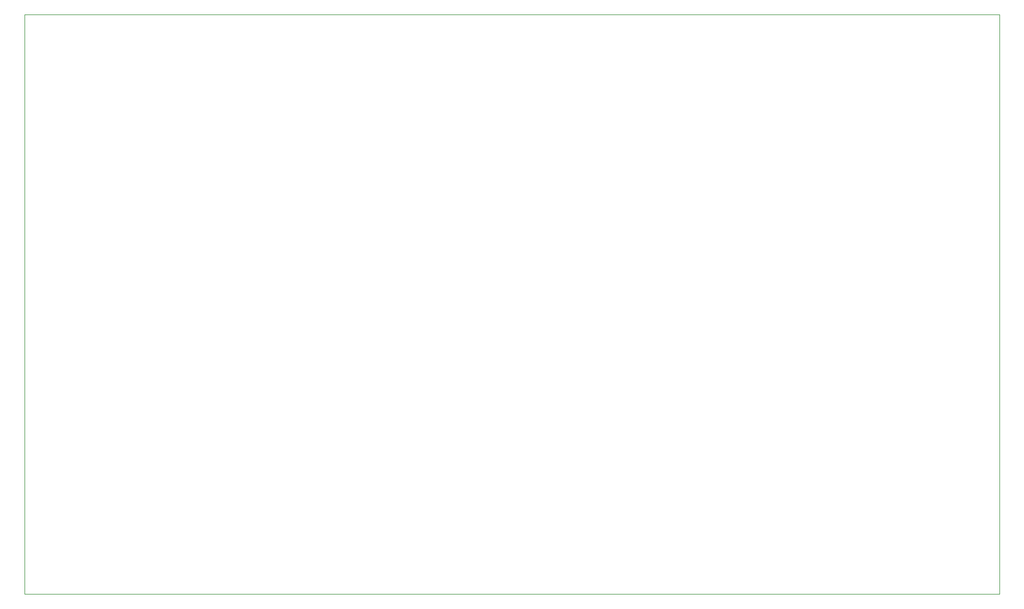
<source format=gbr>
%TF.GenerationSoftware,KiCad,Pcbnew,9.0.0*%
%TF.CreationDate,2025-03-04T09:46:30-08:00*%
%TF.ProjectId,Lattice Solenoid Driver,4c617474-6963-4652-9053-6f6c656e6f69,rev?*%
%TF.SameCoordinates,Original*%
%TF.FileFunction,Profile,NP*%
%FSLAX46Y46*%
G04 Gerber Fmt 4.6, Leading zero omitted, Abs format (unit mm)*
G04 Created by KiCad (PCBNEW 9.0.0) date 2025-03-04 09:46:30*
%MOMM*%
%LPD*%
G01*
G04 APERTURE LIST*
%TA.AperFunction,Profile*%
%ADD10C,0.100000*%
%TD*%
G04 APERTURE END LIST*
D10*
X76305000Y-53100000D02*
X224305000Y-53100000D01*
X224305000Y-141100000D01*
X76305000Y-141100000D01*
X76305000Y-53100000D01*
M02*

</source>
